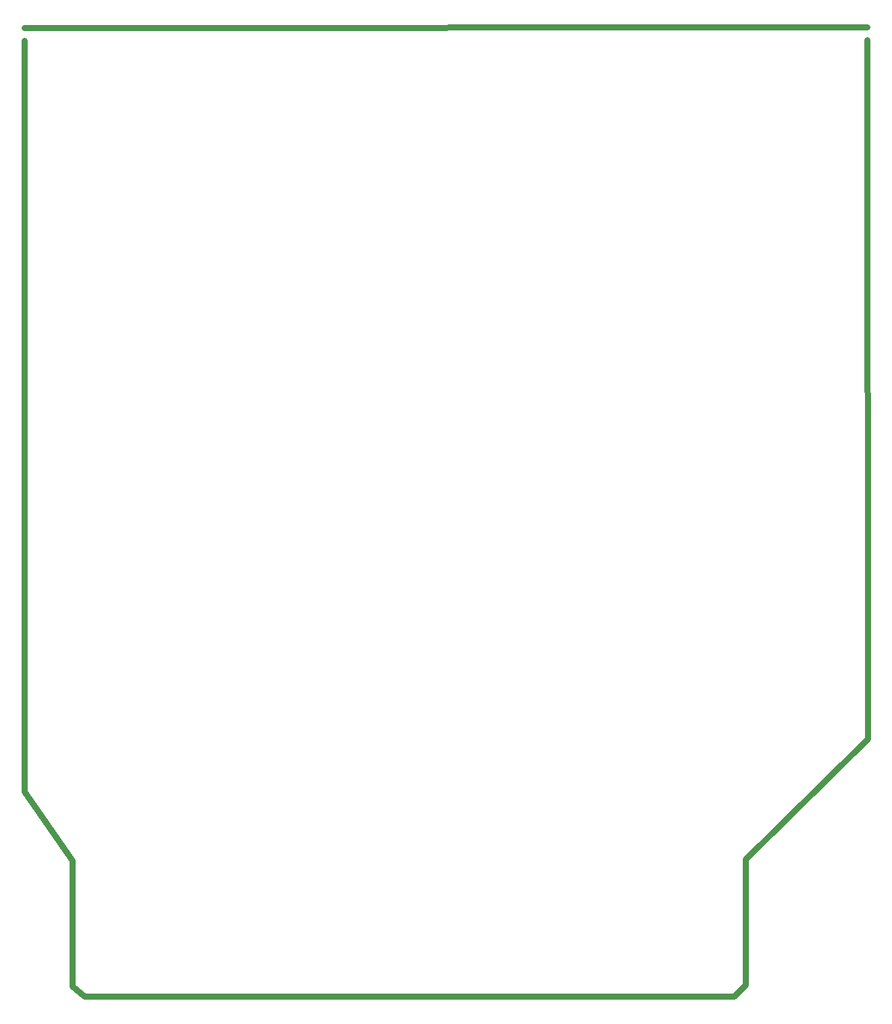
<source format=gbr>
%TF.GenerationSoftware,KiCad,Pcbnew,7.0.7-7.0.7~ubuntu22.04.1*%
%TF.CreationDate,2023-09-01T08:18:42-04:00*%
%TF.ProjectId,PICerino_TMS9928,50494365-7269-46e6-9f5f-544d53393932,rev?*%
%TF.SameCoordinates,Original*%
%TF.FileFunction,Other,ECO1*%
%FSLAX46Y46*%
G04 Gerber Fmt 4.6, Leading zero omitted, Abs format (unit mm)*
G04 Created by KiCad (PCBNEW 7.0.7-7.0.7~ubuntu22.04.1) date 2023-09-01 08:18:42*
%MOMM*%
%LPD*%
G01*
G04 APERTURE LIST*
%ADD10C,0.793750*%
G04 APERTURE END LIST*
D10*
X211378800Y-33197800D02*
X210997800Y-33197800D01*
X211429600Y-122351800D02*
X211378800Y-34747200D01*
X196088000Y-137388600D02*
X211429600Y-122351800D01*
X196088000Y-153187400D02*
X196088000Y-137388600D01*
X194691000Y-154609800D02*
X196088000Y-153187400D01*
X113258600Y-154609800D02*
X194691000Y-154609800D01*
X111709200Y-153289000D02*
X113258600Y-154609800D01*
X111709200Y-137566400D02*
X111709200Y-153289000D01*
X105740200Y-128930400D02*
X111709200Y-137566400D01*
X105714800Y-34874200D02*
X105740200Y-128930400D01*
X210997800Y-33197800D02*
X105714800Y-33223200D01*
M02*

</source>
